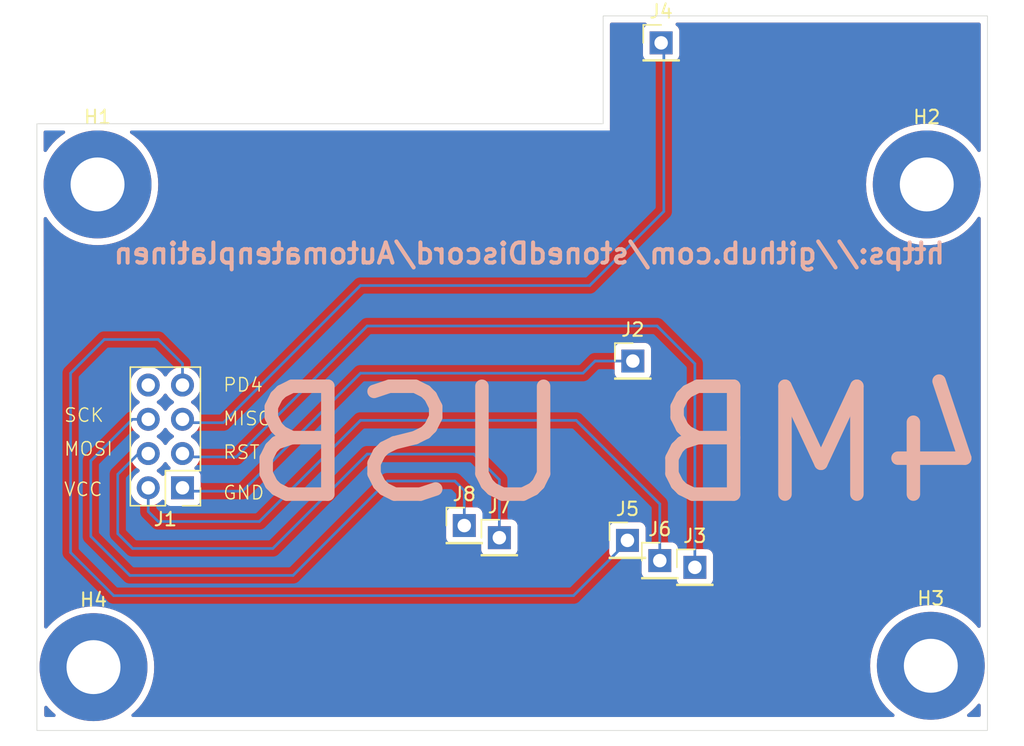
<source format=kicad_pcb>
(kicad_pcb (version 20240108) (generator "pcbnew") (generator_version "8.0")
  (layers (0 "F.Cu" signal) (31 "B.Cu" signal) (34 "B.Paste" user) (35 "F.Paste" user) (36 "B.SilkS" user "B.Silkscreen") (37 "F.SilkS" user "F.Silkscreen") (38 "B.Mask" user) (39 "F.Mask" user) (44 "Edge.Cuts" user))
  (net 0 "")
  (net 1 "Net-(J1-Pin_6)")
  (net 2 "Net-(J1-Pin_4)")
  (net 3 "Net-(J1-Pin_3)")
  (net 4 "/GND")
  (net 5 "Net-(J1-Pin_5)")
  (net 6 "Net-(J1-Pin_7)")
  (net 8 "Net-(J1-Pin_2)")
  (footprint "Connector_PinHeader_2.54mm:PinHeader_1x01_P2.54mm_Vertical" (layer "F.Cu") (at 159.8 100.9)
    (property "Reference" "J3" (at 0 -2.33 0) (layer "F.SilkS"))
    (property "Value" "Conn_01x01_Pin")
    (fp_line (start -1.33 -1.33) (end 0 -1.33) (stroke (width 0.12)) (layer "F.SilkS"))
    (fp_line (start -1.33 0) (end -1.33 -1.33) (stroke (width 0.12)) (layer "F.SilkS"))
    (fp_line (start -1.33 1.27) (end -1.33 1.33) (stroke (width 0.12)) (layer "F.SilkS"))
    (fp_line (start -1.33 1.27) (end 1.33 1.27) (stroke (width 0.12)) (layer "F.SilkS"))
    (fp_line (start -1.33 1.33) (end 1.33 1.33) (stroke (width 0.12)) (layer "F.SilkS"))
    (fp_line (start 1.33 1.27) (end 1.33 1.33) (stroke (width 0.12)) (layer "F.SilkS"))
    (pad "1" thru_hole rect (at 0 0) (size 1.7 1.7) (drill 1) (layers "*.Cu" "*.Mask") (net 3 "Net-(J1-Pin_3)"))
  )
  (footprint "Connector_PinHeader_2.54mm:PinHeader_1x01_P2.54mm_Vertical" (layer "F.Cu") (at 155.2 85.6)
    (property "Reference" "J2" (at 0 -2.33 0) (layer "F.SilkS"))
    (property "Value" "Conn_01x01_Pin")
    (fp_line (start -1.33 -1.33) (end 0 -1.33) (stroke (width 0.12)) (layer "F.SilkS"))
    (fp_line (start -1.33 0) (end -1.33 -1.33) (stroke (width 0.12)) (layer "F.SilkS"))
    (fp_line (start -1.33 1.27) (end -1.33 1.33) (stroke (width 0.12)) (layer "F.SilkS"))
    (fp_line (start -1.33 1.27) (end 1.33 1.27) (stroke (width 0.12)) (layer "F.SilkS"))
    (fp_line (start -1.33 1.33) (end 1.33 1.33) (stroke (width 0.12)) (layer "F.SilkS"))
    (fp_line (start 1.33 1.27) (end 1.33 1.33) (stroke (width 0.12)) (layer "F.SilkS"))
    (pad "1" thru_hole rect (at 0 0) (size 1.7 1.7) (drill 1) (layers "*.Cu" "*.Mask") (net 4 "/GND"))
  )
  (footprint "MountingHole:MountingHole_4mm_Pad" (layer "F.Cu") (at 115.2 108.3)
    (property "Reference" "H4" (at 0 -5 0) (layer "F.SilkS"))
    (property "Value" "MountingHole_Pad")
    (pad "1" thru_hole circle (at 0 0) (size 8 8) (drill 4) (layers "*.Cu" "*.Mask"))
  )
  (footprint "Connector_PinHeader_2.54mm:PinHeader_2x04_P2.54mm_Vertical" (layer "F.Cu") (at 121.8 95 180)
    (property "Reference" "J1" (at 1.27 -2.33 0) (layer "F.SilkS"))
    (property "Value" "Conn_02x04_Odd_Even")
    (fp_line (start 3.87 -1.33) (end 3.87 8.95) (stroke (width 0.12)) (layer "F.SilkS"))
    (fp_line (start 1.27 1.27) (end 1.27 -1.33) (stroke (width 0.12)) (layer "F.SilkS"))
    (fp_line (start 1.27 -1.33) (end 3.87 -1.33) (stroke (width 0.12)) (layer "F.SilkS"))
    (fp_line (start -1.33 8.95) (end 3.87 8.95) (stroke (width 0.12)) (layer "F.SilkS"))
    (fp_line (start -1.33 1.27) (end 1.27 1.27) (stroke (width 0.12)) (layer "F.SilkS"))
    (fp_line (start -1.33 1.27) (end -1.33 8.95) (stroke (width 0.12)) (layer "F.SilkS"))
    (fp_line (start -1.33 0) (end -1.33 -1.33) (stroke (width 0.12)) (layer "F.SilkS"))
    (fp_line (start -1.33 -1.33) (end 0 -1.33) (stroke (width 0.12)) (layer "F.SilkS"))
    (pad "1" thru_hole rect (at 0 0 180) (size 1.7 1.7) (drill 1) (layers "*.Cu" "*.Mask") (net 4 "/GND"))
    (pad "2" thru_hole oval (at 2.54 0 180) (size 1.7 1.7) (drill 1) (layers "*.Cu" "*.Mask") (net 8 "Net-(J1-Pin_2)"))
    (pad "3" thru_hole oval (at 0 2.54 180) (size 1.7 1.7) (drill 1) (layers "*.Cu" "*.Mask") (net 3 "Net-(J1-Pin_3)"))
    (pad "4" thru_hole oval (at 2.54 2.54 180) (size 1.7 1.7) (drill 1) (layers "*.Cu" "*.Mask") (net 2 "Net-(J1-Pin_4)"))
    (pad "5" thru_hole oval (at 0 5.08 180) (size 1.7 1.7) (drill 1) (layers "*.Cu" "*.Mask") (net 5 "Net-(J1-Pin_5)"))
    (pad "6" thru_hole oval (at 2.54 5.08 180) (size 1.7 1.7) (drill 1) (layers "*.Cu" "*.Mask") (net 1 "Net-(J1-Pin_6)"))
    (pad "7" thru_hole oval (at 0 7.62 180) (size 1.7 1.7) (drill 1) (layers "*.Cu" "*.Mask") (net 6 "Net-(J1-Pin_7)"))
    (pad "8" thru_hole oval (at 2.54 7.62 180) (size 1.7 1.7) (drill 1) (layers "*.Cu" "*.Mask"))
  )
  (footprint "MountingHole:MountingHole_4mm_Pad" (layer "F.Cu") (at 177.3 108.2)
    (property "Reference" "H3" (at 0 -5 0) (layer "F.SilkS"))
    (property "Value" "MountingHole_Pad")
    (pad "1" thru_hole circle (at 0 0) (size 8 8) (drill 4) (layers "*.Cu" "*.Mask"))
  )
  (footprint "MountingHole:MountingHole_4mm_Pad" (layer "F.Cu") (at 177 72.5)
    (property "Reference" "H2" (at 0 -5 0) (layer "F.SilkS"))
    (property "Value" "MountingHole_Pad")
    (pad "1" thru_hole circle (at 0 0) (size 8 8) (drill 4) (layers "*.Cu" "*.Mask"))
  )
  (footprint "Connector_PinHeader_2.54mm:PinHeader_1x01_P2.54mm_Vertical" (layer "F.Cu") (at 157.3 62)
    (property "Reference" "J4" (at 0 -2.33 0) (layer "F.SilkS"))
    (property "Value" "Conn_01x01_Pin")
    (fp_line (start -1.33 -1.33) (end 0 -1.33) (stroke (width 0.12)) (layer "F.SilkS"))
    (fp_line (start -1.33 0) (end -1.33 -1.33) (stroke (width 0.12)) (layer "F.SilkS"))
    (fp_line (start -1.33 1.27) (end -1.33 1.33) (stroke (width 0.12)) (layer "F.SilkS"))
    (fp_line (start -1.33 1.27) (end 1.33 1.27) (stroke (width 0.12)) (layer "F.SilkS"))
    (fp_line (start -1.33 1.33) (end 1.33 1.33) (stroke (width 0.12)) (layer "F.SilkS"))
    (fp_line (start 1.33 1.27) (end 1.33 1.33) (stroke (width 0.12)) (layer "F.SilkS"))
    (pad "1" thru_hole rect (at 0 0) (size 1.7 1.7) (drill 1) (layers "*.Cu" "*.Mask") (net 5 "Net-(J1-Pin_5)"))
  )
  (footprint "Connector_PinHeader_2.54mm:PinHeader_1x01_P2.54mm_Vertical" (layer "F.Cu") (at 157.2 100.4)
    (property "Reference" "J6" (at 0 -2.33 0) (layer "F.SilkS"))
    (property "Value" "Conn_01x01_Pin")
    (fp_line (start -1.33 -1.33) (end 0 -1.33) (stroke (width 0.12)) (layer "F.SilkS"))
    (fp_line (start -1.33 0) (end -1.33 -1.33) (stroke (width 0.12)) (layer "F.SilkS"))
    (fp_line (start -1.33 1.27) (end -1.33 1.33) (stroke (width 0.12)) (layer "F.SilkS"))
    (fp_line (start -1.33 1.27) (end 1.33 1.27) (stroke (width 0.12)) (layer "F.SilkS"))
    (fp_line (start -1.33 1.33) (end 1.33 1.33) (stroke (width 0.12)) (layer "F.SilkS"))
    (fp_line (start 1.33 1.27) (end 1.33 1.33) (stroke (width 0.12)) (layer "F.SilkS"))
    (pad "1" thru_hole rect (at 0 0) (size 1.7 1.7) (drill 1) (layers "*.Cu" "*.Mask") (net 8 "Net-(J1-Pin_2)"))
  )
  (footprint "MountingHole:MountingHole_4mm_Pad" (layer "F.Cu") (at 115.5 72.5)
    (property "Reference" "H1" (at 0 -5 0) (layer "F.SilkS"))
    (property "Value" "MountingHole_Pad")
    (pad "1" thru_hole circle (at 0 0) (size 8 8) (drill 4) (layers "*.Cu" "*.Mask"))
  )
  (footprint "Connector_PinHeader_2.54mm:PinHeader_1x01_P2.54mm_Vertical" (layer "F.Cu") (at 154.8 98.9)
    (property "Reference" "J5" (at 0 -2.33 0) (layer "F.SilkS"))
    (property "Value" "Conn_01x01_Pin")
    (fp_line (start -1.33 -1.33) (end 0 -1.33) (stroke (width 0.12)) (layer "F.SilkS"))
    (fp_line (start -1.33 0) (end -1.33 -1.33) (stroke (width 0.12)) (layer "F.SilkS"))
    (fp_line (start -1.33 1.27) (end -1.33 1.33) (stroke (width 0.12)) (layer "F.SilkS"))
    (fp_line (start -1.33 1.27) (end 1.33 1.27) (stroke (width 0.12)) (layer "F.SilkS"))
    (fp_line (start -1.33 1.33) (end 1.33 1.33) (stroke (width 0.12)) (layer "F.SilkS"))
    (fp_line (start 1.33 1.27) (end 1.33 1.33) (stroke (width 0.12)) (layer "F.SilkS"))
    (pad "1" thru_hole rect (at 0 0) (size 1.7 1.7) (drill 1) (layers "*.Cu" "*.Mask") (net 6 "Net-(J1-Pin_7)"))
  )
  (footprint "Connector_PinHeader_2.54mm:PinHeader_1x01_P2.54mm_Vertical" (layer "F.Cu") (at 142.7 97.8)
    (property "Reference" "J8" (at 0 -2.33 0) (layer "F.SilkS"))
    (property "Value" "Conn_01x01_Pin")
    (fp_line (start -1.33 -1.33) (end 0 -1.33) (stroke (width 0.12)) (layer "F.SilkS"))
    (fp_line (start -1.33 0) (end -1.33 -1.33) (stroke (width 0.12)) (layer "F.SilkS"))
    (fp_line (start -1.33 1.27) (end -1.33 1.33) (stroke (width 0.12)) (layer "F.SilkS"))
    (fp_line (start -1.33 1.27) (end 1.33 1.27) (stroke (width 0.12)) (layer "F.SilkS"))
    (fp_line (start -1.33 1.33) (end 1.33 1.33) (stroke (width 0.12)) (layer "F.SilkS"))
    (fp_line (start 1.33 1.27) (end 1.33 1.33) (stroke (width 0.12)) (layer "F.SilkS"))
    (pad "1" thru_hole rect (at 0 0) (size 1.7 1.7) (drill 1) (layers "*.Cu" "*.Mask") (net 1 "Net-(J1-Pin_6)"))
  )
  (footprint "Connector_PinHeader_2.54mm:PinHeader_1x01_P2.54mm_Vertical" (layer "F.Cu") (at 145.3 98.7)
    (property "Reference" "J7" (at 0 -2.33 0) (layer "F.SilkS"))
    (property "Value" "Conn_01x01_Pin")
    (fp_line (start -1.33 -1.33) (end 0 -1.33) (stroke (width 0.12)) (layer "F.SilkS"))
    (fp_line (start -1.33 0) (end -1.33 -1.33) (stroke (width 0.12)) (layer "F.SilkS"))
    (fp_line (start -1.33 1.27) (end -1.33 1.33) (stroke (width 0.12)) (layer "F.SilkS"))
    (fp_line (start -1.33 1.27) (end 1.33 1.27) (stroke (width 0.12)) (layer "F.SilkS"))
    (fp_line (start -1.33 1.33) (end 1.33 1.33) (stroke (width 0.12)) (layer "F.SilkS"))
    (fp_line (start 1.33 1.27) (end 1.33 1.33) (stroke (width 0.12)) (layer "F.SilkS"))
    (pad "1" thru_hole rect (at 0 0) (size 1.7 1.7) (drill 1) (layers "*.Cu" "*.Mask") (net 2 "Net-(J1-Pin_4)"))
  )
  (gr_poly (pts (xy 111 113) (xy 111 68) (xy 153 68) (xy 153 60) (xy 181.5 60) (xy 181.5 113)) (stroke (width 0.05)) (fill none) (layer "Edge.Cuts"))
  (gr_text "4MB USB" (at 182 96.5 0) (layer "B.SilkS") (effects (font (size 8 8) (thickness 1)) (justify left bottom mirror)))
  (gr_text "https://github.com/stonedDiscord/Automatenplatinen" (at 178.5 78.5 0) (layer "B.SilkS") (effects (font (size 1.5 1.5) (thickness 0.3) (bold yes)) (justify left bottom mirror)))
  (gr_text "MISO" (at 124.75 90.45 0) (layer "F.SilkS") (effects (font (size 1 1) (thickness 0.1)) (justify left bottom)))
  (gr_text "SCK" (at 112.95 90.2 0) (layer "F.SilkS") (effects (font (size 1 1) (thickness 0.1)) (justify left bottom)))
  (gr_text "VCC" (at 112.95 95.7 0) (layer "F.SilkS") (effects (font (size 1 1) (thickness 0.1)) (justify left bottom)))
  (gr_text "PD4" (at 124.75 87.95 0) (layer "F.SilkS") (effects (font (size 1 1) (thickness 0.1)) (justify left bottom)))
  (gr_text "MOSI" (at 112.95 92.7 0) (layer "F.SilkS") (effects (font (size 1 1) (thickness 0.1)) (justify left bottom)))
  (gr_text "GND" (at 124.75 95.95 0) (layer "F.SilkS") (effects (font (size 1 1) (thickness 0.1)) (justify left bottom)))
  (gr_text "RST" (at 124.75 92.95 0) (layer "F.SilkS") (effects (font (size 1 1) (thickness 0.1)) (justify left bottom)))
  (segment (start 115 98.6) (end 115 93) (width 0.2) (layer "B.Cu") (net 1))
  (segment (start 130 101.5) (end 117.9 101.5) (width 0.2) (layer "B.Cu") (net 1))
  (segment (start 137 94.5) (end 130 101.5) (width 0.2) (layer "B.Cu") (net 1))
  (segment (start 142.7 97.8) (end 142.7 95.2) (width 0.2) (layer "B.Cu") (net 1))
  (segment (start 142 94.5) (end 137 94.5) (width 0.2) (layer "B.Cu") (net 1))
  (segment (start 117.9 101.5) (end 115 98.6) (width 0.2) (layer "B.Cu") (net 1))
  (segment (start 118.08 89.92) (end 119.26 89.92) (width 0.2) (layer "B.Cu") (net 1))
  (segment (start 142.7 95.2) (end 142 94.5) (width 0.2) (layer "B.Cu") (net 1))
  (segment (start 115 93) (end 118.08 89.92) (width 0.2) (layer "B.Cu") (net 1))
  (segment (start 145.3 94.4) (end 145.3 98.7) (width 0.2) (layer "B.Cu") (net 2))
  (segment (start 118.54 92.46) (end 117 94) (width 0.2) (layer "B.Cu") (net 2))
  (segment (start 119.26 92.46) (end 118.54 92.46) (width 0.2) (layer "B.Cu") (net 2))
  (segment (start 143.4 92.5) (end 145.3 94.4) (width 0.2) (layer "B.Cu") (net 2))
  (segment (start 118.1 99.5) (end 128.5 99.5) (width 0.2) (layer "B.Cu") (net 2))
  (segment (start 128.5 99.5) (end 135.5 92.5) (width 0.2) (layer "B.Cu") (net 2))
  (segment (start 117 94) (end 117 98.4) (width 0.2) (layer "B.Cu") (net 2))
  (segment (start 135.5 92.5) (end 143.4 92.5) (width 0.2) (layer "B.Cu") (net 2))
  (segment (start 117 98.4) (end 118.1 99.5) (width 0.2) (layer "B.Cu") (net 2))
  (segment (start 125.79 92.71) (end 135.5 83) (width 0.2) (layer "B.Cu") (net 3))
  (segment (start 121.8 92.46) (end 122.05 92.71) (width 0.2) (layer "B.Cu") (net 3))
  (segment (start 122.05 92.71) (end 125.79 92.71) (width 0.2) (layer "B.Cu") (net 3))
  (segment (start 159.8 85.8) (end 159.8 100.9) (width 0.2) (layer "B.Cu") (net 3))
  (segment (start 157 83) (end 159.8 85.8) (width 0.2) (layer "B.Cu") (net 3))
  (segment (start 135.5 83) (end 157 83) (width 0.2) (layer "B.Cu") (net 3))
  (segment (start 135 86.5) (end 126.25 95.25) (width 0.2) (layer "B.Cu") (net 4))
  (segment (start 152.4 85.6) (end 151.5 86.5) (width 0.2) (layer "B.Cu") (net 4))
  (segment (start 122.05 95.25) (end 121.8 95) (width 0.2) (layer "B.Cu") (net 4))
  (segment (start 151.5 86.5) (end 135 86.5) (width 0.2) (layer "B.Cu") (net 4))
  (segment (start 126.25 95.25) (end 122.05 95.25) (width 0.2) (layer "B.Cu") (net 4))
  (segment (start 155.2 85.6) (end 152.4 85.6) (width 0.2) (layer "B.Cu") (net 4))
  (segment (start 157.3 62) (end 157.5 62.2) (width 0.2) (layer "B.Cu") (net 5))
  (segment (start 157.5 62.2) (end 157.5 74.5) (width 0.2) (layer "B.Cu") (net 5))
  (segment (start 152 80) (end 135 80) (width 0.2) (layer "B.Cu") (net 5))
  (segment (start 122.05 90.17) (end 121.8 89.92) (width 0.2) (layer "B.Cu") (net 5))
  (segment (start 157.5 74.5) (end 152 80) (width 0.2) (layer "B.Cu") (net 5))
  (segment (start 135 80) (end 124.83 90.17) (width 0.2) (layer "B.Cu") (net 5))
  (segment (start 124.83 90.17) (end 122.05 90.17) (width 0.2) (layer "B.Cu") (net 5))
  (segment (start 116.7 103) (end 113.5 99.8) (width 0.2) (layer "B.Cu") (net 6))
  (segment (start 116 84) (end 120 84) (width 0.2) (layer "B.Cu") (net 6))
  (segment (start 113.5 86.5) (end 116 84) (width 0.2) (layer "B.Cu") (net 6))
  (segment (start 154.8 99) (end 150.8 103) (width 0.2) (layer "B.Cu") (net 6))
  (segment (start 150.8 103) (end 116.7 103) (width 0.2) (layer "B.Cu") (net 6))
  (segment (start 113.5 99.8) (end 113.5 86.5) (width 0.2) (layer "B.Cu") (net 6))
  (segment (start 154.8 98.9) (end 154.8 99) (width 0.2) (layer "B.Cu") (net 6))
  (segment (start 121.8 85.8) (end 121.8 87.38) (width 0.2) (layer "B.Cu") (net 6))
  (segment (start 120 84) (end 121.8 85.8) (width 0.2) (layer "B.Cu") (net 6))
  (segment (start 119.26 95) (end 119.26 96.76) (width 0.2) (layer "B.Cu") (net 8))
  (segment (start 157.2 96.2) (end 157.2 100.4) (width 0.2) (layer "B.Cu") (net 8))
  (segment (start 151 90) (end 157.2 96.2) (width 0.2) (layer "B.Cu") (net 8))
  (segment (start 119.26 96.76) (end 120 97.5) (width 0.2) (layer "B.Cu") (net 8))
  (segment (start 120 97.5) (end 127.5 97.5) (width 0.2) (layer "B.Cu") (net 8))
  (segment (start 127.5 97.5) (end 135 90) (width 0.2) (layer "B.Cu") (net 8))
  (segment (start 135 90) (end 151 90) (width 0.2) (layer "B.Cu") (net 8))
  (zone (net 0) (net_name "") (layers "F&B.Cu") (connect_pads (clearance 0.5)) (min_thickness 0.25) (fill yes (thermal_gap 0.5) (thermal_bridge_width 0.5) (island_removal_mode 1) (island_area_min 10))
    (polygon (pts (xy 153.5 60.5) (xy 153.5 68.5) (xy 111.5 68.5) (xy 111.55 112) (xy 181 112) (xy 181 60.5)))
  )
)
</source>
